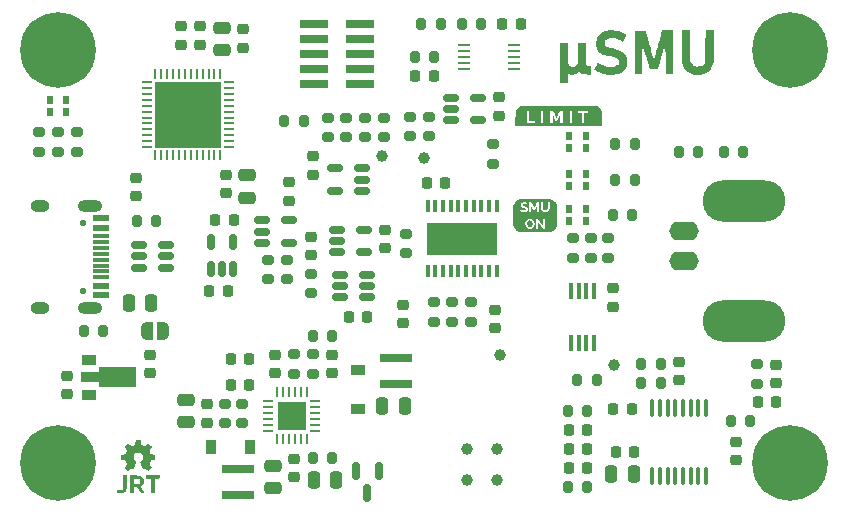
<source format=gbr>
%TF.GenerationSoftware,KiCad,Pcbnew,(6.0.0)*%
%TF.CreationDate,2022-03-21T15:30:00+00:00*%
%TF.ProjectId,uSMU_v10,75534d55-5f76-4313-902e-6b696361645f,rev?*%
%TF.SameCoordinates,Original*%
%TF.FileFunction,Soldermask,Top*%
%TF.FilePolarity,Negative*%
%FSLAX46Y46*%
G04 Gerber Fmt 4.6, Leading zero omitted, Abs format (unit mm)*
G04 Created by KiCad (PCBNEW (6.0.0)) date 2022-03-21 15:30:00*
%MOMM*%
%LPD*%
G01*
G04 APERTURE LIST*
G04 Aperture macros list*
%AMRoundRect*
0 Rectangle with rounded corners*
0 $1 Rounding radius*
0 $2 $3 $4 $5 $6 $7 $8 $9 X,Y pos of 4 corners*
0 Add a 4 corners polygon primitive as box body*
4,1,4,$2,$3,$4,$5,$6,$7,$8,$9,$2,$3,0*
0 Add four circle primitives for the rounded corners*
1,1,$1+$1,$2,$3*
1,1,$1+$1,$4,$5*
1,1,$1+$1,$6,$7*
1,1,$1+$1,$8,$9*
0 Add four rect primitives between the rounded corners*
20,1,$1+$1,$2,$3,$4,$5,0*
20,1,$1+$1,$4,$5,$6,$7,0*
20,1,$1+$1,$6,$7,$8,$9,0*
20,1,$1+$1,$8,$9,$2,$3,0*%
%AMFreePoly0*
4,1,22,0.500000,-0.750000,0.000000,-0.750000,0.000000,-0.745033,-0.079941,-0.743568,-0.215256,-0.701293,-0.333266,-0.622738,-0.424486,-0.514219,-0.481581,-0.384460,-0.499164,-0.250000,-0.500000,-0.250000,-0.500000,0.250000,-0.499164,0.250000,-0.499963,0.256109,-0.478152,0.396186,-0.417904,0.524511,-0.324060,0.630769,-0.204165,0.706417,-0.067858,0.745374,0.000000,0.744959,0.000000,0.750000,
0.500000,0.750000,0.500000,-0.750000,0.500000,-0.750000,$1*%
%AMFreePoly1*
4,1,20,0.000000,0.744959,0.073905,0.744508,0.209726,0.703889,0.328688,0.626782,0.421226,0.519385,0.479903,0.390333,0.500000,0.250000,0.500000,-0.250000,0.499851,-0.262216,0.476331,-0.402017,0.414519,-0.529596,0.319384,-0.634700,0.198574,-0.708877,0.061801,-0.746166,0.000000,-0.745033,0.000000,-0.750000,-0.500000,-0.750000,-0.500000,0.750000,0.000000,0.750000,0.000000,0.744959,
0.000000,0.744959,$1*%
%AMFreePoly2*
4,1,19,0.150000,0.259808,0.229813,0.192836,0.281908,0.102606,0.300000,0.000000,0.281908,-0.102606,0.229813,-0.192836,0.150000,-0.259808,0.052094,-0.295442,-0.052094,-0.295442,-0.150000,-0.259808,-0.229813,-0.192836,-0.281908,-0.102606,-0.300000,0.000000,-0.281908,0.102606,-0.229813,0.192836,-0.150000,0.259808,-0.052094,0.295442,0.052094,0.295442,0.150000,0.259808,0.150000,0.259808,
$1*%
%AMFreePoly3*
4,1,9,3.862500,-0.866500,0.737500,-0.866500,0.737500,-0.450000,-0.737500,-0.450000,-0.737500,0.450000,0.737500,0.450000,0.737500,0.866500,3.862500,0.866500,3.862500,-0.866500,3.862500,-0.866500,$1*%
G04 Aperture macros list end*
%ADD10RoundRect,0.225000X0.225000X0.250000X-0.225000X0.250000X-0.225000X-0.250000X0.225000X-0.250000X0*%
%ADD11RoundRect,0.200000X-0.200000X-0.275000X0.200000X-0.275000X0.200000X0.275000X-0.200000X0.275000X0*%
%ADD12RoundRect,0.225000X-0.225000X-0.250000X0.225000X-0.250000X0.225000X0.250000X-0.225000X0.250000X0*%
%ADD13RoundRect,0.200000X-0.275000X0.200000X-0.275000X-0.200000X0.275000X-0.200000X0.275000X0.200000X0*%
%ADD14RoundRect,0.250000X-0.475000X0.250000X-0.475000X-0.250000X0.475000X-0.250000X0.475000X0.250000X0*%
%ADD15RoundRect,0.150000X0.512500X0.150000X-0.512500X0.150000X-0.512500X-0.150000X0.512500X-0.150000X0*%
%ADD16RoundRect,0.150000X-0.512500X-0.150000X0.512500X-0.150000X0.512500X0.150000X-0.512500X0.150000X0*%
%ADD17RoundRect,0.225000X0.250000X-0.225000X0.250000X0.225000X-0.250000X0.225000X-0.250000X-0.225000X0*%
%ADD18RoundRect,0.250000X0.475000X-0.250000X0.475000X0.250000X-0.475000X0.250000X-0.475000X-0.250000X0*%
%ADD19RoundRect,0.062500X-0.062500X0.375000X-0.062500X-0.375000X0.062500X-0.375000X0.062500X0.375000X0*%
%ADD20RoundRect,0.062500X-0.375000X0.062500X-0.375000X-0.062500X0.375000X-0.062500X0.375000X0.062500X0*%
%ADD21R,5.600000X5.600000*%
%ADD22RoundRect,0.200000X0.200000X0.275000X-0.200000X0.275000X-0.200000X-0.275000X0.200000X-0.275000X0*%
%ADD23RoundRect,0.200000X0.275000X-0.200000X0.275000X0.200000X-0.275000X0.200000X-0.275000X-0.200000X0*%
%ADD24RoundRect,0.225000X-0.250000X0.225000X-0.250000X-0.225000X0.250000X-0.225000X0.250000X0.225000X0*%
%ADD25C,1.000000*%
%ADD26R,0.450000X1.050000*%
%ADD27C,0.600000*%
%ADD28R,6.000000X2.700000*%
%ADD29RoundRect,0.250000X-0.250000X-0.475000X0.250000X-0.475000X0.250000X0.475000X-0.250000X0.475000X0*%
%ADD30RoundRect,0.150000X-0.150000X0.587500X-0.150000X-0.587500X0.150000X-0.587500X0.150000X0.587500X0*%
%ADD31R,2.700000X0.800000*%
%ADD32R,1.100000X0.250000*%
%ADD33R,0.600000X0.700000*%
%ADD34R,0.900000X1.200000*%
%ADD35O,2.500000X1.600000*%
%ADD36O,7.000000X3.500000*%
%ADD37RoundRect,0.150000X0.150000X-0.512500X0.150000X0.512500X-0.150000X0.512500X-0.150000X-0.512500X0*%
%ADD38RoundRect,0.062500X0.062500X-0.325000X0.062500X0.325000X-0.062500X0.325000X-0.062500X-0.325000X0*%
%ADD39RoundRect,0.062500X0.325000X-0.062500X0.325000X0.062500X-0.325000X0.062500X-0.325000X-0.062500X0*%
%ADD40R,2.450000X2.450000*%
%ADD41R,2.400000X0.740000*%
%ADD42C,0.800000*%
%ADD43C,6.400000*%
%ADD44RoundRect,0.250000X0.250000X0.475000X-0.250000X0.475000X-0.250000X-0.475000X0.250000X-0.475000X0*%
%ADD45R,0.450000X1.450000*%
%ADD46RoundRect,0.100000X0.100000X-0.637500X0.100000X0.637500X-0.100000X0.637500X-0.100000X-0.637500X0*%
%ADD47FreePoly0,0.000000*%
%ADD48FreePoly1,0.000000*%
%ADD49O,1.600000X1.000000*%
%ADD50FreePoly2,270.000000*%
%ADD51O,2.100000X1.000000*%
%ADD52R,1.450000X0.600000*%
%ADD53R,1.450000X0.300000*%
%ADD54R,1.200000X0.900000*%
%ADD55R,1.300000X0.900000*%
%ADD56FreePoly3,0.000000*%
G04 APERTURE END LIST*
%TO.C,G\u002A\u002A\u002A*%
G36*
X117467323Y-124051498D02*
G01*
X117538301Y-124051618D01*
X117605078Y-124051966D01*
X117666511Y-124052522D01*
X117721456Y-124053269D01*
X117768769Y-124054187D01*
X117807306Y-124055258D01*
X117835923Y-124056462D01*
X117853476Y-124057781D01*
X117854097Y-124057856D01*
X117925433Y-124072861D01*
X117993252Y-124099139D01*
X118056554Y-124135951D01*
X118114340Y-124182561D01*
X118165610Y-124238231D01*
X118209364Y-124302224D01*
X118225476Y-124331834D01*
X118234894Y-124352954D01*
X118245600Y-124380766D01*
X118255647Y-124410123D01*
X118258017Y-124417727D01*
X118264870Y-124441694D01*
X118269527Y-124462726D01*
X118272397Y-124484303D01*
X118273891Y-124509910D01*
X118274416Y-124543029D01*
X118274446Y-124557657D01*
X118274173Y-124594387D01*
X118273079Y-124622335D01*
X118270757Y-124644981D01*
X118266798Y-124665807D01*
X118260794Y-124688293D01*
X118258037Y-124697520D01*
X118230901Y-124770297D01*
X118196358Y-124833682D01*
X118153779Y-124888509D01*
X118102540Y-124935612D01*
X118054415Y-124968581D01*
X118035655Y-124979648D01*
X118020804Y-124987990D01*
X118013392Y-124991664D01*
X118015289Y-124997164D01*
X118023153Y-125012297D01*
X118036502Y-125036252D01*
X118054857Y-125068219D01*
X118077737Y-125107391D01*
X118104663Y-125152957D01*
X118135154Y-125204108D01*
X118168730Y-125260035D01*
X118204911Y-125319929D01*
X118243216Y-125382980D01*
X118283166Y-125448380D01*
X118319275Y-125507190D01*
X118352379Y-125560974D01*
X118188953Y-125559340D01*
X118025526Y-125557706D01*
X117872011Y-125307694D01*
X117718496Y-125057681D01*
X117425749Y-125057681D01*
X117425749Y-125560773D01*
X117131256Y-125560773D01*
X117131256Y-124800751D01*
X117425749Y-124800751D01*
X117629746Y-124798842D01*
X117833744Y-124796933D01*
X117866655Y-124778704D01*
X117904765Y-124750684D01*
X117936150Y-124712962D01*
X117960239Y-124666456D01*
X117976459Y-124612079D01*
X117978934Y-124599039D01*
X117982368Y-124546588D01*
X117975415Y-124494776D01*
X117958996Y-124445559D01*
X117934038Y-124400892D01*
X117901463Y-124362730D01*
X117862196Y-124333031D01*
X117850129Y-124326498D01*
X117841855Y-124322566D01*
X117833596Y-124319416D01*
X117823918Y-124316945D01*
X117811385Y-124315051D01*
X117794562Y-124313631D01*
X117772015Y-124312583D01*
X117742308Y-124311804D01*
X117704007Y-124311193D01*
X117655675Y-124310645D01*
X117623611Y-124310328D01*
X117425749Y-124308410D01*
X117425749Y-124800751D01*
X117131256Y-124800751D01*
X117131256Y-124051498D01*
X117467323Y-124051498D01*
G37*
G36*
X116836668Y-124464094D02*
G01*
X116836549Y-124563167D01*
X116836217Y-124650974D01*
X116835638Y-124728520D01*
X116834780Y-124796808D01*
X116833610Y-124856843D01*
X116832094Y-124909627D01*
X116830198Y-124956165D01*
X116827891Y-124997461D01*
X116825137Y-125034518D01*
X116821905Y-125068341D01*
X116818161Y-125099933D01*
X116814814Y-125124010D01*
X116798182Y-125209954D01*
X116775099Y-125285677D01*
X116745401Y-125351496D01*
X116708923Y-125407728D01*
X116665500Y-125454690D01*
X116627452Y-125484580D01*
X116588050Y-125508968D01*
X116548696Y-125527749D01*
X116505299Y-125542584D01*
X116453770Y-125555132D01*
X116453309Y-125555229D01*
X116419291Y-125560804D01*
X116377655Y-125565259D01*
X116331926Y-125568441D01*
X116285628Y-125570192D01*
X116242285Y-125570357D01*
X116205422Y-125568781D01*
X116187957Y-125566945D01*
X116132616Y-125556295D01*
X116077044Y-125540540D01*
X116026556Y-125521265D01*
X116011570Y-125514232D01*
X115989226Y-125503388D01*
X115972706Y-125494850D01*
X115961593Y-125486715D01*
X115955471Y-125477084D01*
X115953922Y-125464053D01*
X115956531Y-125445722D01*
X115962879Y-125420189D01*
X115972551Y-125385552D01*
X115978603Y-125363860D01*
X115988464Y-125328423D01*
X115997308Y-125297102D01*
X116004588Y-125271801D01*
X116009755Y-125254423D01*
X116012262Y-125246873D01*
X116012311Y-125246782D01*
X116018604Y-125247262D01*
X116033196Y-125252158D01*
X116053356Y-125260504D01*
X116061266Y-125264081D01*
X116112513Y-125285211D01*
X116160742Y-125299075D01*
X116210346Y-125306545D01*
X116265721Y-125308491D01*
X116283700Y-125308140D01*
X116317400Y-125306893D01*
X116342042Y-125305101D01*
X116360836Y-125302215D01*
X116376995Y-125297683D01*
X116393729Y-125290956D01*
X116399698Y-125288264D01*
X116435237Y-125267625D01*
X116464757Y-125240513D01*
X116488717Y-125205981D01*
X116507575Y-125163079D01*
X116521788Y-125110862D01*
X116531814Y-125048380D01*
X116535963Y-125006175D01*
X116537049Y-124986266D01*
X116538073Y-124955266D01*
X116539018Y-124914355D01*
X116539871Y-124864712D01*
X116540618Y-124807517D01*
X116541243Y-124743948D01*
X116541733Y-124675186D01*
X116542073Y-124602410D01*
X116542249Y-124526799D01*
X116542271Y-124489278D01*
X116542271Y-124051498D01*
X116836763Y-124051498D01*
X116836668Y-124464094D01*
G37*
G36*
X119669847Y-124178805D02*
G01*
X119668189Y-124306111D01*
X119427379Y-124307716D01*
X119186570Y-124309321D01*
X119186570Y-125560773D01*
X118898213Y-125560773D01*
X118898213Y-124309179D01*
X118413527Y-124309179D01*
X118413527Y-124199511D01*
X118413738Y-124162645D01*
X118414323Y-124128806D01*
X118415211Y-124100416D01*
X118416329Y-124079897D01*
X118417361Y-124070671D01*
X118421196Y-124051498D01*
X119671505Y-124051498D01*
X119669847Y-124178805D01*
G37*
G36*
X156624289Y-92771005D02*
G01*
X156719597Y-92808976D01*
X156805895Y-92860321D01*
X156882210Y-92924083D01*
X156947570Y-92999306D01*
X157001002Y-93085035D01*
X157041532Y-93180312D01*
X157041923Y-93181470D01*
X157063205Y-93244713D01*
X157065895Y-93846443D01*
X157068584Y-94448173D01*
X149731417Y-94448173D01*
X149732409Y-94226375D01*
X150668597Y-94226375D01*
X151416139Y-94226375D01*
X151892595Y-94226375D01*
X152097963Y-94226375D01*
X152664781Y-94226375D01*
X152870150Y-94226375D01*
X152870239Y-93879302D01*
X152870329Y-93532229D01*
X152965303Y-93712953D01*
X152994327Y-93768094D01*
X153023417Y-93823200D01*
X153050870Y-93875054D01*
X153074980Y-93920441D01*
X153094044Y-93956144D01*
X153101317Y-93969664D01*
X153142358Y-94045651D01*
X153201354Y-94045411D01*
X153260350Y-94045170D01*
X153523222Y-93543860D01*
X153527736Y-93883064D01*
X153528745Y-93956009D01*
X153529754Y-94023672D01*
X153530732Y-94084329D01*
X153531647Y-94136255D01*
X153532469Y-94177724D01*
X153533167Y-94207011D01*
X153533709Y-94222391D01*
X153533898Y-94224322D01*
X153542245Y-94225101D01*
X153563845Y-94225744D01*
X153595518Y-94226189D01*
X153634089Y-94226374D01*
X153638229Y-94226375D01*
X153740913Y-94226375D01*
X154307730Y-94226375D01*
X154513099Y-94226375D01*
X154513099Y-93339182D01*
X154989555Y-93339182D01*
X155330758Y-93339182D01*
X155327609Y-93782779D01*
X155324460Y-94226375D01*
X155539943Y-94226375D01*
X155539943Y-93339182D01*
X155876747Y-93339182D01*
X155876747Y-93158458D01*
X154989555Y-93158458D01*
X154989555Y-93339182D01*
X154513099Y-93339182D01*
X154513099Y-93158458D01*
X154307730Y-93158458D01*
X154307730Y-94226375D01*
X153740913Y-94226375D01*
X153740913Y-93157994D01*
X153628618Y-93160280D01*
X153516323Y-93162565D01*
X153359697Y-93460350D01*
X153325808Y-93524589D01*
X153294236Y-93584059D01*
X153265806Y-93637238D01*
X153241339Y-93682604D01*
X153221660Y-93718635D01*
X153207591Y-93743807D01*
X153199954Y-93756599D01*
X153198852Y-93757914D01*
X153194285Y-93750820D01*
X153182996Y-93730653D01*
X153165799Y-93698940D01*
X153143508Y-93657209D01*
X153116936Y-93606986D01*
X153086898Y-93549798D01*
X153054206Y-93487172D01*
X153039081Y-93458076D01*
X152883530Y-93158458D01*
X152664781Y-93158458D01*
X152664781Y-94226375D01*
X152097963Y-94226375D01*
X152097963Y-93158458D01*
X151892595Y-93158458D01*
X151892595Y-94226375D01*
X151416139Y-94226375D01*
X151416139Y-94045651D01*
X150873966Y-94045651D01*
X150873966Y-93158458D01*
X150668597Y-93158458D01*
X150668597Y-94226375D01*
X149732409Y-94226375D01*
X149736797Y-93244713D01*
X149758079Y-93181470D01*
X149767820Y-93158458D01*
X149798454Y-93086088D01*
X149851741Y-93000244D01*
X149916968Y-92924893D01*
X149993162Y-92860992D01*
X150079349Y-92809498D01*
X150174556Y-92771365D01*
X150175712Y-92771005D01*
X150237323Y-92751828D01*
X156562679Y-92751828D01*
X156624289Y-92771005D01*
G37*
G36*
X151011291Y-102463108D02*
G01*
X151038397Y-102470870D01*
X151082279Y-102493781D01*
X151119795Y-102526299D01*
X151150434Y-102566741D01*
X151173687Y-102613425D01*
X151189044Y-102664667D01*
X151195995Y-102718783D01*
X151194030Y-102774092D01*
X151182639Y-102828910D01*
X151162265Y-102879699D01*
X151145314Y-102906109D01*
X151121708Y-102934364D01*
X151095674Y-102959831D01*
X151074267Y-102976159D01*
X151033869Y-102995030D01*
X150987441Y-103005844D01*
X150939395Y-103007801D01*
X150914844Y-103004986D01*
X150867155Y-102990353D01*
X150823815Y-102964701D01*
X150786151Y-102929365D01*
X150755494Y-102885680D01*
X150733170Y-102834982D01*
X150727882Y-102817031D01*
X150721636Y-102781804D01*
X150718755Y-102740507D01*
X150719343Y-102698811D01*
X150723506Y-102662390D01*
X150724878Y-102655796D01*
X150740928Y-102608219D01*
X150765529Y-102563670D01*
X150796757Y-102524545D01*
X150832686Y-102493244D01*
X150871394Y-102472164D01*
X150872637Y-102471692D01*
X150916612Y-102460686D01*
X150964554Y-102457816D01*
X151011291Y-102463108D01*
G37*
G36*
X149542026Y-102686943D02*
G01*
X149541245Y-102640736D01*
X149540673Y-102587262D01*
X149540277Y-102525780D01*
X149540027Y-102455550D01*
X149539889Y-102375833D01*
X149539832Y-102285887D01*
X149539824Y-102184971D01*
X149539833Y-102072347D01*
X149539835Y-102028292D01*
X149539827Y-101911221D01*
X149539825Y-101806129D01*
X149539860Y-101712275D01*
X149539944Y-101645453D01*
X150134452Y-101645453D01*
X150139888Y-101652060D01*
X150154548Y-101662287D01*
X150175960Y-101674759D01*
X150201652Y-101688099D01*
X150229150Y-101700931D01*
X150248923Y-101709178D01*
X150292434Y-101724012D01*
X150342630Y-101737512D01*
X150393480Y-101748126D01*
X150411091Y-101750986D01*
X150432738Y-101752485D01*
X150462992Y-101752407D01*
X150497871Y-101750994D01*
X150533394Y-101748487D01*
X150533528Y-101748473D01*
X150903956Y-101748473D01*
X151069164Y-101748473D01*
X151072484Y-101219931D01*
X151174236Y-101412657D01*
X151275989Y-101605383D01*
X151321477Y-101607239D01*
X151366964Y-101609095D01*
X151385730Y-101575441D01*
X151393615Y-101560986D01*
X151406442Y-101537093D01*
X151423242Y-101505586D01*
X151443044Y-101468288D01*
X151464878Y-101427024D01*
X151487775Y-101383616D01*
X151489692Y-101379976D01*
X151574887Y-101218165D01*
X151576547Y-101483319D01*
X151578206Y-101748473D01*
X151743415Y-101748473D01*
X151743415Y-100921733D01*
X151901398Y-100921733D01*
X151903931Y-101177704D01*
X151904606Y-101242175D01*
X151905281Y-101295335D01*
X151906033Y-101338593D01*
X151906937Y-101373354D01*
X151908068Y-101401029D01*
X151909502Y-101423024D01*
X151911315Y-101440747D01*
X151913581Y-101455606D01*
X151916376Y-101469009D01*
X151919776Y-101482364D01*
X151920370Y-101484552D01*
X151944461Y-101553258D01*
X151976427Y-101612251D01*
X152016079Y-101661341D01*
X152063224Y-101700336D01*
X152117672Y-101729046D01*
X152179229Y-101747281D01*
X152185583Y-101748487D01*
X152212143Y-101751317D01*
X152246368Y-101752186D01*
X152284251Y-101751281D01*
X152321787Y-101748790D01*
X152354969Y-101744899D01*
X152379790Y-101739796D01*
X152381255Y-101739353D01*
X152440908Y-101714631D01*
X152492440Y-101680229D01*
X152535926Y-101636063D01*
X152571444Y-101582045D01*
X152599072Y-101518089D01*
X152609359Y-101484552D01*
X152612847Y-101471045D01*
X152615722Y-101457665D01*
X152618061Y-101443004D01*
X152619939Y-101425654D01*
X152621431Y-101404206D01*
X152622614Y-101377252D01*
X152623562Y-101343383D01*
X152624353Y-101301192D01*
X152625060Y-101249270D01*
X152625761Y-101186209D01*
X152625850Y-101177704D01*
X152628500Y-100921733D01*
X152468402Y-100921733D01*
X152468402Y-101137497D01*
X152468197Y-101191689D01*
X152467615Y-101243837D01*
X152466706Y-101292019D01*
X152465518Y-101334316D01*
X152464103Y-101368808D01*
X152462509Y-101393576D01*
X152461557Y-101402478D01*
X152448827Y-101463442D01*
X152429087Y-101513973D01*
X152402414Y-101553988D01*
X152368880Y-101583405D01*
X152328560Y-101602142D01*
X152281529Y-101610117D01*
X152273206Y-101610392D01*
X152221515Y-101606621D01*
X152177746Y-101593321D01*
X152141407Y-101570094D01*
X152112006Y-101536541D01*
X152089049Y-101492262D01*
X152075321Y-101450101D01*
X152072716Y-101437209D01*
X152070507Y-101419194D01*
X152068645Y-101394910D01*
X152067079Y-101363210D01*
X152065761Y-101322946D01*
X152064640Y-101272973D01*
X152063667Y-101212143D01*
X152063113Y-101168165D01*
X152060251Y-100921733D01*
X151901398Y-100921733D01*
X151743415Y-100921733D01*
X151655971Y-100921916D01*
X151568528Y-100922100D01*
X151447696Y-101153900D01*
X151421591Y-101203832D01*
X151397262Y-101250080D01*
X151375342Y-101291463D01*
X151356464Y-101326801D01*
X151341260Y-101354911D01*
X151330361Y-101374615D01*
X151324401Y-101384730D01*
X151323503Y-101385839D01*
X151319944Y-101380417D01*
X151311177Y-101364874D01*
X151297833Y-101340390D01*
X151280542Y-101308145D01*
X151259936Y-101269317D01*
X151236646Y-101225087D01*
X151211301Y-101176634D01*
X151199492Y-101153956D01*
X151078843Y-100921933D01*
X150991399Y-100921833D01*
X150903956Y-100921733D01*
X150903956Y-101748473D01*
X150533528Y-101748473D01*
X150565579Y-101745128D01*
X150590445Y-101741156D01*
X150596355Y-101739756D01*
X150630673Y-101727783D01*
X150665768Y-101710971D01*
X150697598Y-101691577D01*
X150722123Y-101671862D01*
X150727060Y-101666673D01*
X150741146Y-101647733D01*
X150755767Y-101623658D01*
X150763369Y-101608853D01*
X150771263Y-101590325D01*
X150776165Y-101573128D01*
X150778740Y-101553237D01*
X150779651Y-101526632D01*
X150779692Y-101509990D01*
X150777590Y-101466194D01*
X150770904Y-101431468D01*
X150758632Y-101402678D01*
X150739773Y-101376692D01*
X150735607Y-101372076D01*
X150717488Y-101354101D01*
X150698005Y-101338505D01*
X150675408Y-101324467D01*
X150647943Y-101311169D01*
X150613860Y-101297792D01*
X150571405Y-101283516D01*
X150518827Y-101267524D01*
X150500496Y-101262175D01*
X150449800Y-101247024D01*
X150410191Y-101233830D01*
X150380353Y-101221735D01*
X150358968Y-101209882D01*
X150344722Y-101197412D01*
X150336296Y-101183469D01*
X150332375Y-101167193D01*
X150331597Y-101152125D01*
X150336397Y-101118904D01*
X150351224Y-101093173D01*
X150376720Y-101073834D01*
X150377835Y-101073248D01*
X150410240Y-101062521D01*
X150450302Y-101058797D01*
X150495344Y-101061665D01*
X150542688Y-101070713D01*
X150589658Y-101085528D01*
X150633576Y-101105698D01*
X150649503Y-101115055D01*
X150684410Y-101137087D01*
X150717744Y-101075516D01*
X150731063Y-101050145D01*
X150741513Y-101028759D01*
X150747913Y-101013873D01*
X150749305Y-101008255D01*
X150742292Y-101001488D01*
X150725919Y-100991483D01*
X150702746Y-100979438D01*
X150675336Y-100966550D01*
X150646249Y-100954014D01*
X150618046Y-100943028D01*
X150593289Y-100934788D01*
X150590162Y-100933899D01*
X150545745Y-100924739D01*
X150516094Y-100921733D01*
X150496425Y-100919739D01*
X150446396Y-100918963D01*
X150399849Y-100922472D01*
X150360979Y-100930330D01*
X150360487Y-100930478D01*
X150301669Y-100953344D01*
X150253375Y-100983241D01*
X150215453Y-101020288D01*
X150187748Y-101064608D01*
X150186750Y-101066752D01*
X150174099Y-101105124D01*
X150167351Y-101149405D01*
X150166808Y-101194569D01*
X150172774Y-101235592D01*
X150175893Y-101246383D01*
X150187727Y-101273680D01*
X150204718Y-101297976D01*
X150228034Y-101320006D01*
X150258845Y-101340502D01*
X150298322Y-101360200D01*
X150347633Y-101379834D01*
X150407949Y-101400137D01*
X150433350Y-101407985D01*
X150486423Y-101424778D01*
X150528243Y-101439883D01*
X150560024Y-101454118D01*
X150582983Y-101468302D01*
X150598334Y-101483254D01*
X150607294Y-101499793D01*
X150611078Y-101518736D01*
X150611417Y-101527895D01*
X150605883Y-101554636D01*
X150590212Y-101576004D01*
X150565803Y-101591990D01*
X150534053Y-101602583D01*
X150496359Y-101607771D01*
X150454120Y-101607543D01*
X150408732Y-101601890D01*
X150361595Y-101590799D01*
X150314104Y-101574260D01*
X150267658Y-101552263D01*
X150232361Y-101530840D01*
X150199899Y-101508917D01*
X150167175Y-101574715D01*
X150154240Y-101601129D01*
X150143718Y-101623384D01*
X150136749Y-101639021D01*
X150134452Y-101645453D01*
X149539944Y-101645453D01*
X149539965Y-101628919D01*
X149540171Y-101555321D01*
X149540510Y-101490741D01*
X149541014Y-101434437D01*
X149541716Y-101385670D01*
X149542646Y-101343699D01*
X149543836Y-101307785D01*
X149545319Y-101277186D01*
X149547127Y-101251163D01*
X149549290Y-101228974D01*
X149551842Y-101209881D01*
X149554814Y-101193141D01*
X149558238Y-101178016D01*
X149562145Y-101163765D01*
X149566568Y-101149647D01*
X149571539Y-101134922D01*
X149577088Y-101118849D01*
X149579259Y-101112519D01*
X149614298Y-101029034D01*
X149660420Y-100949809D01*
X149716342Y-100876128D01*
X149780781Y-100809273D01*
X149852456Y-100750527D01*
X149930082Y-100701173D01*
X150012378Y-100662492D01*
X150039058Y-100652725D01*
X150069773Y-100643147D01*
X150105558Y-100633315D01*
X150138974Y-100625266D01*
X150140811Y-100624869D01*
X150147808Y-100623471D01*
X150155544Y-100622189D01*
X150164575Y-100621020D01*
X150175458Y-100619958D01*
X150188748Y-100618997D01*
X150205001Y-100618133D01*
X150224774Y-100617360D01*
X150248622Y-100616674D01*
X150277102Y-100616070D01*
X150310768Y-100615542D01*
X150350178Y-100615084D01*
X150395887Y-100614693D01*
X150448451Y-100614363D01*
X150508426Y-100614089D01*
X150576369Y-100613866D01*
X150652834Y-100613688D01*
X150738378Y-100613551D01*
X150833558Y-100613449D01*
X150938928Y-100613378D01*
X151055045Y-100613332D01*
X151182465Y-100613307D01*
X151321744Y-100613296D01*
X151403180Y-100613295D01*
X151549183Y-100613299D01*
X151683024Y-100613316D01*
X151805257Y-100613350D01*
X151916440Y-100613407D01*
X152017127Y-100613491D01*
X152107875Y-100613608D01*
X152189239Y-100613763D01*
X152261776Y-100613961D01*
X152326042Y-100614207D01*
X152382593Y-100614506D01*
X152431984Y-100614863D01*
X152474772Y-100615283D01*
X152511513Y-100615772D01*
X152542762Y-100616334D01*
X152569075Y-100616975D01*
X152591009Y-100617699D01*
X152609120Y-100618512D01*
X152623963Y-100619420D01*
X152636094Y-100620426D01*
X152646070Y-100621536D01*
X152654446Y-100622755D01*
X152661778Y-100624089D01*
X152665548Y-100624869D01*
X152698570Y-100632739D01*
X152734425Y-100642519D01*
X152765673Y-100652173D01*
X152767301Y-100652725D01*
X152850802Y-100687778D01*
X152930037Y-100733909D01*
X153003724Y-100789836D01*
X153070580Y-100854275D01*
X153129323Y-100925945D01*
X153178670Y-101003562D01*
X153217338Y-101085843D01*
X153227100Y-101112519D01*
X153232869Y-101129265D01*
X153238047Y-101144395D01*
X153242665Y-101158648D01*
X153246757Y-101172766D01*
X153250353Y-101187487D01*
X153253485Y-101203553D01*
X153256187Y-101221704D01*
X153258488Y-101242680D01*
X153260421Y-101267221D01*
X153262019Y-101296068D01*
X153263312Y-101329962D01*
X153264333Y-101369642D01*
X153265114Y-101415849D01*
X153265686Y-101469323D01*
X153266082Y-101530805D01*
X153266333Y-101601034D01*
X153266471Y-101680752D01*
X153266528Y-101770698D01*
X153266536Y-101871613D01*
X153266526Y-101984237D01*
X153266525Y-102028292D01*
X153266532Y-102145365D01*
X153266535Y-102250460D01*
X153266499Y-102344315D01*
X153266394Y-102427673D01*
X153266188Y-102501273D01*
X153265849Y-102565855D01*
X153265344Y-102622160D01*
X153264643Y-102670928D01*
X153263713Y-102712900D01*
X153262522Y-102748815D01*
X153261039Y-102779414D01*
X153259231Y-102805438D01*
X153257067Y-102827626D01*
X153254515Y-102846719D01*
X153251543Y-102863457D01*
X153248119Y-102878581D01*
X153244211Y-102892830D01*
X153239787Y-102906946D01*
X153234816Y-102921668D01*
X153229265Y-102937737D01*
X153227094Y-102944066D01*
X153192088Y-103027464D01*
X153146021Y-103106620D01*
X153090179Y-103180249D01*
X153025850Y-103247065D01*
X152954318Y-103305779D01*
X152876873Y-103355107D01*
X152794799Y-103393761D01*
X152767301Y-103403826D01*
X152753967Y-103408482D01*
X152742108Y-103412755D01*
X152731157Y-103416661D01*
X152720547Y-103420216D01*
X152709713Y-103423438D01*
X152698086Y-103426343D01*
X152685102Y-103428949D01*
X152670193Y-103431273D01*
X152652792Y-103433330D01*
X152632333Y-103435138D01*
X152608249Y-103436714D01*
X152579974Y-103438076D01*
X152546940Y-103439238D01*
X152508582Y-103440220D01*
X152464333Y-103441036D01*
X152413626Y-103441706D01*
X152355895Y-103442244D01*
X152290572Y-103442669D01*
X152217091Y-103442996D01*
X152134886Y-103443243D01*
X152043391Y-103443427D01*
X151942037Y-103443565D01*
X151830259Y-103443674D01*
X151707491Y-103443769D01*
X151573164Y-103443869D01*
X151426714Y-103443990D01*
X151419078Y-103443997D01*
X151296064Y-103444095D01*
X151176376Y-103444161D01*
X151060641Y-103444198D01*
X150949486Y-103444205D01*
X150843539Y-103444184D01*
X150743426Y-103444136D01*
X150649775Y-103444061D01*
X150563214Y-103443961D01*
X150484368Y-103443836D01*
X150413867Y-103443686D01*
X150352336Y-103443514D01*
X150300403Y-103443319D01*
X150258696Y-103443103D01*
X150227841Y-103442866D01*
X150208466Y-103442609D01*
X150201227Y-103442341D01*
X150189131Y-103439877D01*
X150168531Y-103435827D01*
X150143419Y-103430974D01*
X150137631Y-103429866D01*
X150104761Y-103422563D01*
X150068668Y-103412999D01*
X150039058Y-103403860D01*
X149955558Y-103368807D01*
X149876322Y-103322675D01*
X149802635Y-103266749D01*
X149735779Y-103202309D01*
X149677036Y-103130640D01*
X149627689Y-103053023D01*
X149589021Y-102970741D01*
X149579259Y-102944066D01*
X149573490Y-102927319D01*
X149568313Y-102912190D01*
X149563694Y-102897936D01*
X149559602Y-102883819D01*
X149556006Y-102869098D01*
X149552874Y-102853032D01*
X149550173Y-102834881D01*
X149547871Y-102813905D01*
X149545938Y-102789364D01*
X149544341Y-102760516D01*
X149543336Y-102734201D01*
X150554181Y-102734201D01*
X150555544Y-102757004D01*
X150559122Y-102785984D01*
X150564146Y-102814953D01*
X150564269Y-102815553D01*
X150584443Y-102885345D01*
X150614304Y-102948710D01*
X150652786Y-103004909D01*
X150698822Y-103053204D01*
X150751346Y-103092856D01*
X150809291Y-103123129D01*
X150871591Y-103143282D01*
X150937179Y-103152578D01*
X151004989Y-103150280D01*
X151021243Y-103147571D01*
X151482674Y-103147571D01*
X151647881Y-103147571D01*
X151649541Y-102886353D01*
X151651202Y-102625135D01*
X151859299Y-102886353D01*
X152067397Y-103147571D01*
X152201302Y-103147571D01*
X152201302Y-102320831D01*
X152042450Y-102320831D01*
X152040792Y-102591426D01*
X152039134Y-102862020D01*
X151826408Y-102591426D01*
X151613683Y-102320831D01*
X151482674Y-102320831D01*
X151482674Y-103147571D01*
X151021243Y-103147571D01*
X151039507Y-103144527D01*
X151103017Y-103124725D01*
X151162523Y-103093704D01*
X151216716Y-103052673D01*
X151264285Y-103002845D01*
X151303921Y-102945429D01*
X151334315Y-102881637D01*
X151339544Y-102867123D01*
X151347674Y-102841683D01*
X151352984Y-102819821D01*
X151356060Y-102797383D01*
X151357487Y-102770218D01*
X151357848Y-102737381D01*
X151357594Y-102702959D01*
X151356298Y-102677143D01*
X151353354Y-102655825D01*
X151348156Y-102634899D01*
X151340100Y-102610258D01*
X151338383Y-102605349D01*
X151307777Y-102534829D01*
X151268777Y-102472956D01*
X151221903Y-102420428D01*
X151169109Y-102378870D01*
X151108444Y-102346421D01*
X151045410Y-102325791D01*
X151010780Y-102320831D01*
X150981247Y-102316601D01*
X150917192Y-102318474D01*
X150854487Y-102331030D01*
X150794369Y-102353893D01*
X150738078Y-102386683D01*
X150686854Y-102429024D01*
X150641934Y-102480536D01*
X150604560Y-102540841D01*
X150598561Y-102552954D01*
X150579314Y-102600843D01*
X150564745Y-102652366D01*
X150556078Y-102702518D01*
X150554181Y-102734201D01*
X149543336Y-102734201D01*
X149543047Y-102726623D01*
X149542026Y-102686943D01*
G37*
G36*
X117843059Y-121061180D02*
G01*
X117884991Y-121061433D01*
X117918613Y-121061884D01*
X117944655Y-121062554D01*
X117963848Y-121063467D01*
X117976923Y-121064645D01*
X117984611Y-121066112D01*
X117987035Y-121067209D01*
X117989734Y-121071540D01*
X117993101Y-121081325D01*
X117997279Y-121097210D01*
X118002410Y-121119837D01*
X118008635Y-121149851D01*
X118016098Y-121187897D01*
X118024941Y-121234619D01*
X118029926Y-121261447D01*
X118039967Y-121315050D01*
X118048567Y-121359433D01*
X118055822Y-121395029D01*
X118061826Y-121422271D01*
X118066673Y-121441590D01*
X118070459Y-121453419D01*
X118072845Y-121457841D01*
X118079176Y-121461593D01*
X118093162Y-121468334D01*
X118113366Y-121477466D01*
X118138351Y-121488392D01*
X118166681Y-121500515D01*
X118196919Y-121513237D01*
X118227628Y-121525961D01*
X118257371Y-121538090D01*
X118284712Y-121549027D01*
X118308215Y-121558174D01*
X118326442Y-121564933D01*
X118337956Y-121568708D01*
X118340925Y-121569296D01*
X118346374Y-121566614D01*
X118358957Y-121558961D01*
X118377773Y-121546931D01*
X118401919Y-121531116D01*
X118430496Y-121512107D01*
X118462599Y-121490497D01*
X118497329Y-121466877D01*
X118508328Y-121459350D01*
X118543568Y-121435265D01*
X118576340Y-121413003D01*
X118605761Y-121393153D01*
X118630947Y-121376306D01*
X118651015Y-121363051D01*
X118665082Y-121353978D01*
X118672264Y-121349676D01*
X118672960Y-121349404D01*
X118677894Y-121352765D01*
X118688611Y-121362247D01*
X118704227Y-121376950D01*
X118723857Y-121395972D01*
X118746616Y-121418412D01*
X118771618Y-121443368D01*
X118797980Y-121469939D01*
X118824815Y-121497224D01*
X118851240Y-121524322D01*
X118876369Y-121550331D01*
X118899318Y-121574351D01*
X118919201Y-121595479D01*
X118935134Y-121612815D01*
X118946231Y-121625458D01*
X118951608Y-121632506D01*
X118951958Y-121633560D01*
X118948672Y-121638951D01*
X118940462Y-121651467D01*
X118927950Y-121670185D01*
X118911758Y-121694184D01*
X118892509Y-121722542D01*
X118870826Y-121754337D01*
X118847330Y-121788647D01*
X118843747Y-121793865D01*
X118820096Y-121828546D01*
X118798293Y-121860967D01*
X118778946Y-121890190D01*
X118762662Y-121915278D01*
X118750049Y-121935294D01*
X118741714Y-121949298D01*
X118738266Y-121956355D01*
X118738207Y-121956745D01*
X118740118Y-121964025D01*
X118745446Y-121978797D01*
X118753585Y-121999644D01*
X118763929Y-122025152D01*
X118775870Y-122053906D01*
X118788804Y-122084491D01*
X118802124Y-122115491D01*
X118815223Y-122145491D01*
X118827494Y-122173077D01*
X118838333Y-122196832D01*
X118847132Y-122215343D01*
X118853285Y-122227194D01*
X118855554Y-122230629D01*
X118860024Y-122233473D01*
X118868948Y-122236775D01*
X118883090Y-122240706D01*
X118903215Y-122245439D01*
X118930087Y-122251144D01*
X118964471Y-122257994D01*
X119007132Y-122266161D01*
X119046627Y-122273551D01*
X119097223Y-122283055D01*
X119138822Y-122291110D01*
X119172069Y-122297860D01*
X119197609Y-122303448D01*
X119216088Y-122308020D01*
X119228151Y-122311717D01*
X119234443Y-122314685D01*
X119235408Y-122315586D01*
X119237071Y-122320219D01*
X119238431Y-122329773D01*
X119239510Y-122344979D01*
X119240333Y-122366568D01*
X119240921Y-122395271D01*
X119241297Y-122431818D01*
X119241485Y-122476940D01*
X119241516Y-122510531D01*
X119241476Y-122558868D01*
X119241332Y-122598355D01*
X119241047Y-122629916D01*
X119240584Y-122654473D01*
X119239908Y-122672949D01*
X119238981Y-122686268D01*
X119237768Y-122695353D01*
X119236232Y-122701126D01*
X119234337Y-122704511D01*
X119233838Y-122705057D01*
X119226591Y-122711174D01*
X119223313Y-122712736D01*
X119218019Y-122713597D01*
X119204208Y-122716046D01*
X119182974Y-122719885D01*
X119155409Y-122724915D01*
X119122605Y-122730935D01*
X119085655Y-122737747D01*
X119046527Y-122744989D01*
X118994975Y-122754689D01*
X118952648Y-122762971D01*
X118919113Y-122769932D01*
X118893939Y-122775665D01*
X118876696Y-122780268D01*
X118866953Y-122783835D01*
X118864716Y-122785303D01*
X118860954Y-122791807D01*
X118854274Y-122806055D01*
X118845236Y-122826655D01*
X118834397Y-122852216D01*
X118822317Y-122881347D01*
X118809553Y-122912658D01*
X118796664Y-122944758D01*
X118784208Y-122976255D01*
X118772744Y-123005758D01*
X118762830Y-123031877D01*
X118755025Y-123053220D01*
X118749886Y-123068398D01*
X118747973Y-123076017D01*
X118747971Y-123076118D01*
X118750660Y-123082121D01*
X118758306Y-123095186D01*
X118770291Y-123114352D01*
X118785991Y-123138657D01*
X118804787Y-123167140D01*
X118826058Y-123198838D01*
X118848905Y-123232389D01*
X118872056Y-123266270D01*
X118893438Y-123297804D01*
X118912419Y-123326039D01*
X118928369Y-123350027D01*
X118940653Y-123368815D01*
X118948641Y-123381454D01*
X118951696Y-123386975D01*
X118948749Y-123392345D01*
X118939133Y-123404051D01*
X118923241Y-123421673D01*
X118901466Y-123444793D01*
X118874202Y-123472990D01*
X118841841Y-123505845D01*
X118817086Y-123530671D01*
X118781994Y-123565621D01*
X118753088Y-123594178D01*
X118729716Y-123616932D01*
X118711225Y-123634473D01*
X118696964Y-123647390D01*
X118686281Y-123656275D01*
X118678524Y-123661715D01*
X118673042Y-123664303D01*
X118669182Y-123664627D01*
X118669095Y-123664610D01*
X118662430Y-123661354D01*
X118648774Y-123653175D01*
X118629152Y-123640739D01*
X118604589Y-123624714D01*
X118576111Y-123605765D01*
X118544743Y-123584561D01*
X118520949Y-123568275D01*
X118488223Y-123545797D01*
X118457781Y-123524964D01*
X118430629Y-123506458D01*
X118407774Y-123490961D01*
X118390221Y-123479157D01*
X118378978Y-123471729D01*
X118375348Y-123469469D01*
X118371568Y-123468230D01*
X118366360Y-123468474D01*
X118358687Y-123470662D01*
X118347513Y-123475258D01*
X118331799Y-123482722D01*
X118310510Y-123493517D01*
X118282606Y-123508105D01*
X118250969Y-123524865D01*
X118234700Y-123533163D01*
X118224575Y-123537047D01*
X118218311Y-123537055D01*
X118213624Y-123533723D01*
X118213570Y-123533667D01*
X118210418Y-123527852D01*
X118203980Y-123513889D01*
X118194629Y-123492681D01*
X118182737Y-123465131D01*
X118168678Y-123432144D01*
X118152826Y-123394621D01*
X118135552Y-123353467D01*
X118117231Y-123309586D01*
X118098235Y-123263879D01*
X118078938Y-123217253D01*
X118059712Y-123170608D01*
X118040932Y-123124850D01*
X118022969Y-123080880D01*
X118006198Y-123039604D01*
X117990991Y-123001924D01*
X117977722Y-122968744D01*
X117966763Y-122940967D01*
X117958488Y-122919497D01*
X117953270Y-122905236D01*
X117951482Y-122899115D01*
X117955734Y-122890290D01*
X117968750Y-122879218D01*
X117979579Y-122872161D01*
X118035864Y-122832753D01*
X118083996Y-122788544D01*
X118123768Y-122739858D01*
X118154973Y-122687019D01*
X118177406Y-122630349D01*
X118190859Y-122570173D01*
X118194350Y-122535786D01*
X118193455Y-122472969D01*
X118183377Y-122412626D01*
X118164555Y-122355502D01*
X118137425Y-122302343D01*
X118102426Y-122253894D01*
X118059993Y-122210901D01*
X118010565Y-122174111D01*
X117968584Y-122150753D01*
X117922597Y-122131055D01*
X117878884Y-122118291D01*
X117833778Y-122111639D01*
X117787784Y-122110213D01*
X117725452Y-122115682D01*
X117666042Y-122130193D01*
X117610312Y-122153255D01*
X117559020Y-122184378D01*
X117512924Y-122223074D01*
X117472783Y-122268852D01*
X117439355Y-122321223D01*
X117428969Y-122341897D01*
X117413881Y-122376823D01*
X117403396Y-122408574D01*
X117396839Y-122440379D01*
X117393535Y-122475465D01*
X117392794Y-122514833D01*
X117393259Y-122544019D01*
X117394554Y-122566560D01*
X117397067Y-122585574D01*
X117401184Y-122604180D01*
X117406054Y-122621395D01*
X117425743Y-122675237D01*
X117451207Y-122723584D01*
X117483362Y-122767625D01*
X117523124Y-122808549D01*
X117571410Y-122847543D01*
X117590948Y-122861264D01*
X117608752Y-122873754D01*
X117623340Y-122884732D01*
X117632891Y-122892785D01*
X117635627Y-122895980D01*
X117634363Y-122901758D01*
X117629733Y-122915448D01*
X117622158Y-122935955D01*
X117612059Y-122962181D01*
X117599854Y-122993030D01*
X117585966Y-123027404D01*
X117575516Y-123052858D01*
X117557410Y-123096696D01*
X117536697Y-123146873D01*
X117514492Y-123200690D01*
X117491908Y-123255446D01*
X117470057Y-123308444D01*
X117450054Y-123356984D01*
X117445228Y-123368699D01*
X117424806Y-123417798D01*
X117407383Y-123458666D01*
X117393043Y-123491120D01*
X117381867Y-123514979D01*
X117373938Y-123530060D01*
X117369339Y-123536182D01*
X117369125Y-123536277D01*
X117361758Y-123535002D01*
X117347223Y-123529324D01*
X117326771Y-123519801D01*
X117301654Y-123506991D01*
X117292523Y-123502121D01*
X117268985Y-123489574D01*
X117248396Y-123478860D01*
X117232316Y-123470770D01*
X117222303Y-123466094D01*
X117219844Y-123465256D01*
X117214968Y-123467929D01*
X117202977Y-123475536D01*
X117184802Y-123487458D01*
X117161369Y-123503076D01*
X117133608Y-123521771D01*
X117102447Y-123542925D01*
X117069529Y-123565429D01*
X117035683Y-123588458D01*
X117004056Y-123609622D01*
X116975621Y-123628295D01*
X116951353Y-123643854D01*
X116932225Y-123655673D01*
X116919209Y-123663129D01*
X116913373Y-123665602D01*
X116906760Y-123662018D01*
X116893533Y-123651281D01*
X116873714Y-123633410D01*
X116847327Y-123608427D01*
X116814393Y-123576353D01*
X116774935Y-123537208D01*
X116770138Y-123532413D01*
X116731116Y-123493104D01*
X116698697Y-123459874D01*
X116672987Y-123432835D01*
X116654090Y-123412101D01*
X116642110Y-123397782D01*
X116637154Y-123389993D01*
X116637015Y-123389237D01*
X116639703Y-123383021D01*
X116647353Y-123369759D01*
X116659340Y-123350421D01*
X116675040Y-123325982D01*
X116693828Y-123297412D01*
X116715080Y-123265685D01*
X116737188Y-123233207D01*
X116762720Y-123195675D01*
X116785292Y-123161875D01*
X116804424Y-123132564D01*
X116819632Y-123108499D01*
X116830437Y-123090436D01*
X116836355Y-123079130D01*
X116837361Y-123075901D01*
X116835550Y-123068086D01*
X116830490Y-123052711D01*
X116822743Y-123031175D01*
X116812869Y-123004878D01*
X116801428Y-122975222D01*
X116788982Y-122943606D01*
X116776091Y-122911431D01*
X116763316Y-122880097D01*
X116751217Y-122851004D01*
X116740356Y-122825553D01*
X116731293Y-122805144D01*
X116724588Y-122791177D01*
X116720957Y-122785194D01*
X116714994Y-122782150D01*
X116702041Y-122778179D01*
X116681625Y-122773176D01*
X116653274Y-122767038D01*
X116616514Y-122759661D01*
X116570875Y-122750939D01*
X116536841Y-122744614D01*
X116489813Y-122735886D01*
X116451507Y-122728611D01*
X116421018Y-122722579D01*
X116397438Y-122717582D01*
X116379860Y-122713410D01*
X116367376Y-122709856D01*
X116359080Y-122706710D01*
X116354063Y-122703764D01*
X116352376Y-122702156D01*
X116350167Y-122698897D01*
X116348372Y-122694190D01*
X116346949Y-122687071D01*
X116345854Y-122676580D01*
X116345047Y-122661752D01*
X116344484Y-122641625D01*
X116344123Y-122615238D01*
X116343921Y-122581627D01*
X116343837Y-122539830D01*
X116343825Y-122507896D01*
X116343906Y-122457301D01*
X116344164Y-122415744D01*
X116344622Y-122382488D01*
X116345304Y-122356800D01*
X116346233Y-122337943D01*
X116347433Y-122325183D01*
X116348926Y-122317786D01*
X116349933Y-122315667D01*
X116354513Y-122312875D01*
X116364882Y-122309381D01*
X116381671Y-122305045D01*
X116405511Y-122299727D01*
X116437033Y-122293287D01*
X116476868Y-122285586D01*
X116525647Y-122276484D01*
X116531955Y-122275323D01*
X116572686Y-122267769D01*
X116610797Y-122260567D01*
X116645118Y-122253948D01*
X116674475Y-122248146D01*
X116697695Y-122243391D01*
X116713607Y-122239914D01*
X116720946Y-122237985D01*
X116725189Y-122235537D01*
X116729732Y-122230811D01*
X116735068Y-122222842D01*
X116741686Y-122210662D01*
X116750081Y-122193304D01*
X116760742Y-122169803D01*
X116774163Y-122139190D01*
X116790579Y-122101094D01*
X116805010Y-122067050D01*
X116818082Y-122035454D01*
X116829307Y-122007548D01*
X116838197Y-121984571D01*
X116844264Y-121967765D01*
X116847019Y-121958370D01*
X116847134Y-121957347D01*
X116844302Y-121949930D01*
X116835991Y-121935050D01*
X116822478Y-121913141D01*
X116804040Y-121884638D01*
X116780956Y-121849976D01*
X116753502Y-121809588D01*
X116743654Y-121795257D01*
X116720118Y-121760840D01*
X116698359Y-121728546D01*
X116679011Y-121699347D01*
X116662703Y-121674218D01*
X116650067Y-121654131D01*
X116641734Y-121640059D01*
X116638336Y-121632976D01*
X116638307Y-121632820D01*
X116638650Y-121628874D01*
X116641128Y-121623457D01*
X116646340Y-121615909D01*
X116654883Y-121605572D01*
X116667357Y-121591787D01*
X116684360Y-121573895D01*
X116706491Y-121551237D01*
X116734348Y-121523155D01*
X116768529Y-121488989D01*
X116773190Y-121484344D01*
X116812991Y-121444921D01*
X116846218Y-121412524D01*
X116872982Y-121387052D01*
X116893393Y-121368400D01*
X116907563Y-121356467D01*
X116915602Y-121351149D01*
X116917252Y-121350888D01*
X116922791Y-121354204D01*
X116935455Y-121362456D01*
X116954328Y-121375026D01*
X116978493Y-121391298D01*
X117007034Y-121410654D01*
X117039034Y-121432476D01*
X117073578Y-121456146D01*
X117081362Y-121461495D01*
X117116309Y-121485395D01*
X117148922Y-121507456D01*
X117178285Y-121527077D01*
X117203485Y-121543658D01*
X117223607Y-121556598D01*
X117237737Y-121565298D01*
X117244961Y-121569156D01*
X117245541Y-121569296D01*
X117251982Y-121567507D01*
X117266102Y-121562484D01*
X117286557Y-121554743D01*
X117312001Y-121544798D01*
X117341088Y-121533166D01*
X117361542Y-121524850D01*
X117402884Y-121507925D01*
X117436096Y-121494279D01*
X117462093Y-121483494D01*
X117481792Y-121475150D01*
X117496109Y-121468828D01*
X117505958Y-121464110D01*
X117512256Y-121460577D01*
X117515920Y-121457808D01*
X117517863Y-121455387D01*
X117519004Y-121452892D01*
X117519044Y-121452790D01*
X117520466Y-121446737D01*
X117523426Y-121432373D01*
X117527677Y-121410995D01*
X117532974Y-121383901D01*
X117539070Y-121352387D01*
X117545719Y-121317752D01*
X117552674Y-121281292D01*
X117559689Y-121244306D01*
X117566519Y-121208090D01*
X117572916Y-121173943D01*
X117578635Y-121143161D01*
X117583429Y-121117042D01*
X117587053Y-121096884D01*
X117589259Y-121083984D01*
X117589838Y-121079774D01*
X117592944Y-121074055D01*
X117597560Y-121068779D01*
X117600519Y-121066794D01*
X117605651Y-121065178D01*
X117613879Y-121063892D01*
X117626125Y-121062902D01*
X117643312Y-121062171D01*
X117666364Y-121061661D01*
X117696204Y-121061338D01*
X117733755Y-121061164D01*
X117779939Y-121061102D01*
X117792086Y-121061101D01*
X117843059Y-121061180D01*
G37*
G36*
X154174644Y-88256375D02*
G01*
X154175118Y-88475782D01*
X154176515Y-88668127D01*
X154178800Y-88831809D01*
X154181940Y-88965225D01*
X154185898Y-89066775D01*
X154190641Y-89134855D01*
X154194348Y-89161461D01*
X154233114Y-89267487D01*
X154298149Y-89348997D01*
X154388513Y-89405330D01*
X154503270Y-89435824D01*
X154591256Y-89441475D01*
X154712024Y-89430870D01*
X154807272Y-89397673D01*
X154881579Y-89339368D01*
X154939527Y-89253440D01*
X154941770Y-89248990D01*
X154988747Y-89154719D01*
X154988747Y-87443163D01*
X155694302Y-87443163D01*
X155694302Y-88294482D01*
X155694775Y-88536964D01*
X155696195Y-88743301D01*
X155698561Y-88913519D01*
X155701874Y-89047644D01*
X155706136Y-89145701D01*
X155711346Y-89207715D01*
X155714545Y-89226192D01*
X155754713Y-89314307D01*
X155796585Y-89360841D01*
X155835325Y-89391148D01*
X155872595Y-89407517D01*
X155922058Y-89414096D01*
X155975345Y-89415100D01*
X156092308Y-89415100D01*
X156092308Y-90102564D01*
X155879737Y-90102428D01*
X155687959Y-90096121D01*
X155527031Y-90076702D01*
X155393658Y-90043020D01*
X155284541Y-89993923D01*
X155196384Y-89928262D01*
X155125890Y-89844885D01*
X155121041Y-89837608D01*
X155090834Y-89791506D01*
X155057000Y-89857455D01*
X154983809Y-89962233D01*
X154886087Y-90041921D01*
X154766922Y-90094802D01*
X154629403Y-90119163D01*
X154583170Y-90120656D01*
X154467157Y-90106194D01*
X154360300Y-90065635D01*
X154271847Y-90003223D01*
X154233933Y-89960488D01*
X154202430Y-89917674D01*
X154179793Y-89887382D01*
X154175103Y-89881312D01*
X154172535Y-89894971D01*
X154170732Y-89940230D01*
X154169728Y-90012516D01*
X154169556Y-90107254D01*
X154170251Y-90219871D01*
X154171727Y-90338114D01*
X154178935Y-90808120D01*
X153836073Y-90808120D01*
X153728173Y-90807512D01*
X153632921Y-90805818D01*
X153556145Y-90803239D01*
X153503672Y-90799970D01*
X153481328Y-90796211D01*
X153481150Y-90796059D01*
X153479398Y-90776608D01*
X153477722Y-90723520D01*
X153476142Y-90639339D01*
X153474674Y-90526611D01*
X153473337Y-90387881D01*
X153472150Y-90225692D01*
X153471130Y-90042591D01*
X153470296Y-89841122D01*
X153469666Y-89623831D01*
X153469259Y-89393261D01*
X153469092Y-89151958D01*
X153469089Y-89113581D01*
X153469089Y-87443163D01*
X154174644Y-87443163D01*
X154174644Y-88256375D01*
G37*
G36*
X163075499Y-90084473D02*
G01*
X162442549Y-90084473D01*
X162437906Y-88795477D01*
X162433263Y-87506482D01*
X161764345Y-89668376D01*
X161141640Y-89668376D01*
X161041885Y-89356304D01*
X161013978Y-89268699D01*
X160977084Y-89152419D01*
X160933050Y-89013312D01*
X160883723Y-88857223D01*
X160830952Y-88690001D01*
X160776583Y-88517493D01*
X160722463Y-88345545D01*
X160710773Y-88308369D01*
X160479416Y-87572507D01*
X160474771Y-88828490D01*
X160470125Y-90084473D01*
X159818918Y-90084473D01*
X159828134Y-86384829D01*
X160750784Y-86384829D01*
X160888061Y-86864245D01*
X160924503Y-86991766D01*
X160968709Y-87146871D01*
X161018622Y-87322319D01*
X161072186Y-87510869D01*
X161127344Y-87705282D01*
X161182039Y-87898316D01*
X161234215Y-88082732D01*
X161239524Y-88101518D01*
X161453712Y-88859374D01*
X161610246Y-88309566D01*
X161653592Y-88157141D01*
X161704232Y-87978771D01*
X161759650Y-87783338D01*
X161817329Y-87579723D01*
X161874753Y-87376809D01*
X161929405Y-87183477D01*
X161962077Y-87067771D01*
X162157373Y-86375784D01*
X163075499Y-86375784D01*
X163075499Y-90084473D01*
G37*
G36*
X158265980Y-86379684D02*
G01*
X158531522Y-86444423D01*
X158739898Y-86520716D01*
X158813956Y-86554307D01*
X158892182Y-86593873D01*
X158967773Y-86635447D01*
X159033930Y-86675063D01*
X159083854Y-86708755D01*
X159110744Y-86732556D01*
X159113533Y-86738641D01*
X159105931Y-86758342D01*
X159085248Y-86803844D01*
X159054676Y-86868627D01*
X159017402Y-86946173D01*
X158976615Y-87029964D01*
X158935505Y-87113481D01*
X158897260Y-87190205D01*
X158865070Y-87253619D01*
X158842123Y-87297203D01*
X158832028Y-87314065D01*
X158814479Y-87309759D01*
X158778231Y-87290921D01*
X158765702Y-87283400D01*
X158552206Y-87168618D01*
X158336253Y-87085897D01*
X158121026Y-87036077D01*
X157909711Y-87019997D01*
X157791263Y-87026351D01*
X157657508Y-87045635D01*
X157549961Y-87074390D01*
X157459243Y-87115554D01*
X157412611Y-87144902D01*
X157338567Y-87216450D01*
X157291341Y-87304953D01*
X157271084Y-87402914D01*
X157277946Y-87502832D01*
X157312078Y-87597211D01*
X157373632Y-87678551D01*
X157401416Y-87702350D01*
X157448814Y-87735574D01*
X157499857Y-87764171D01*
X157560092Y-87790046D01*
X157635066Y-87815105D01*
X157730328Y-87841254D01*
X157851426Y-87870398D01*
X157964744Y-87895853D01*
X158166591Y-87942085D01*
X158336799Y-87985374D01*
X158479612Y-88027436D01*
X158599273Y-88069983D01*
X158700024Y-88114732D01*
X158786108Y-88163395D01*
X158861769Y-88217687D01*
X158931249Y-88279324D01*
X158943340Y-88291244D01*
X159040115Y-88404870D01*
X159111462Y-88529086D01*
X159159302Y-88669283D01*
X159185558Y-88830853D01*
X159192340Y-88989958D01*
X159177876Y-89199655D01*
X159134369Y-89388057D01*
X159061646Y-89555370D01*
X158959533Y-89701800D01*
X158827858Y-89827555D01*
X158666446Y-89932840D01*
X158475124Y-90017862D01*
X158281339Y-90076218D01*
X158200102Y-90090592D01*
X158091834Y-90101738D01*
X157965559Y-90109482D01*
X157830299Y-90113649D01*
X157695077Y-90114065D01*
X157568916Y-90110557D01*
X157460839Y-90102950D01*
X157391257Y-90093385D01*
X157169755Y-90043712D01*
X156970163Y-89981452D01*
X156779142Y-89902182D01*
X156703888Y-89865602D01*
X156648896Y-89835405D01*
X156585713Y-89797046D01*
X156521828Y-89755581D01*
X156464729Y-89716063D01*
X156421905Y-89683546D01*
X156400845Y-89663085D01*
X156399858Y-89660410D01*
X156408185Y-89643638D01*
X156430869Y-89601538D01*
X156464465Y-89540284D01*
X156505530Y-89466049D01*
X156550618Y-89385006D01*
X156596286Y-89303329D01*
X156639089Y-89227189D01*
X156675581Y-89162761D01*
X156702320Y-89116218D01*
X156715860Y-89093732D01*
X156716608Y-89092739D01*
X156732796Y-89099345D01*
X156769599Y-89122308D01*
X156812087Y-89151726D01*
X156914838Y-89216047D01*
X157040954Y-89280346D01*
X157178055Y-89339016D01*
X157313757Y-89386446D01*
X157358690Y-89399369D01*
X157430278Y-89416828D01*
X157498908Y-89428798D01*
X157574378Y-89436250D01*
X157666486Y-89440155D01*
X157783832Y-89441478D01*
X157893092Y-89441213D01*
X157974540Y-89439101D01*
X158036534Y-89434222D01*
X158087432Y-89425658D01*
X158135592Y-89412490D01*
X158177205Y-89398225D01*
X158305782Y-89338613D01*
X158401445Y-89264266D01*
X158464468Y-89174859D01*
X158495124Y-89070065D01*
X158498434Y-89017234D01*
X158490629Y-88926888D01*
X158465377Y-88849976D01*
X158419926Y-88784665D01*
X158351519Y-88729119D01*
X158257402Y-88681506D01*
X158134822Y-88639989D01*
X157981024Y-88602736D01*
X157834143Y-88574854D01*
X157623308Y-88536114D01*
X157444561Y-88498018D01*
X157293872Y-88459052D01*
X157167211Y-88417701D01*
X157060550Y-88372448D01*
X156969858Y-88321780D01*
X156891105Y-88264180D01*
X156820262Y-88198134D01*
X156813539Y-88191093D01*
X156722244Y-88078144D01*
X156655909Y-87955923D01*
X156611401Y-87816841D01*
X156585588Y-87653312D01*
X156583868Y-87634791D01*
X156578262Y-87411404D01*
X156602237Y-87208147D01*
X156655608Y-87025385D01*
X156738192Y-86863486D01*
X156849804Y-86722817D01*
X156990259Y-86603746D01*
X157146908Y-86512570D01*
X157264136Y-86459815D01*
X157372001Y-86420899D01*
X157482355Y-86392692D01*
X157607049Y-86372068D01*
X157731368Y-86358332D01*
X157999398Y-86351009D01*
X158265980Y-86379684D01*
G37*
G36*
X164526545Y-87646688D02*
G01*
X164532305Y-88917593D01*
X164575797Y-89041156D01*
X164638686Y-89169699D01*
X164726920Y-89273837D01*
X164838028Y-89352300D01*
X164969538Y-89403819D01*
X165118978Y-89427126D01*
X165283876Y-89420951D01*
X165309031Y-89417517D01*
X165386703Y-89402694D01*
X165459691Y-89383248D01*
X165512628Y-89363295D01*
X165513997Y-89362603D01*
X165608442Y-89297585D01*
X165694642Y-89207403D01*
X165762359Y-89103019D01*
X165769042Y-89089459D01*
X165816311Y-88989958D01*
X165821293Y-87682871D01*
X165826274Y-86375784D01*
X166532228Y-86375784D01*
X166526692Y-87719053D01*
X166525633Y-87971606D01*
X166524627Y-88190666D01*
X166523590Y-88378919D01*
X166522441Y-88539055D01*
X166521095Y-88673761D01*
X166519469Y-88785726D01*
X166517480Y-88877638D01*
X166515045Y-88952185D01*
X166512081Y-89012054D01*
X166508504Y-89059935D01*
X166504231Y-89098516D01*
X166499179Y-89130483D01*
X166493265Y-89158526D01*
X166486405Y-89185334D01*
X166480658Y-89206002D01*
X166405678Y-89414182D01*
X166305638Y-89596515D01*
X166181070Y-89752498D01*
X166032503Y-89881627D01*
X165860468Y-89983400D01*
X165665495Y-90057314D01*
X165553989Y-90084826D01*
X165436595Y-90102889D01*
X165299847Y-90114317D01*
X165156703Y-90118776D01*
X165020119Y-90115931D01*
X164903053Y-90105450D01*
X164881556Y-90102145D01*
X164669771Y-90050711D01*
X164477124Y-89971800D01*
X164306368Y-89866900D01*
X164160259Y-89737505D01*
X164116850Y-89688392D01*
X164063927Y-89612975D01*
X164007793Y-89513575D01*
X163953872Y-89401346D01*
X163907587Y-89287442D01*
X163878403Y-89198006D01*
X163872189Y-89173597D01*
X163866778Y-89146134D01*
X163862101Y-89112992D01*
X163858088Y-89071548D01*
X163854670Y-89019177D01*
X163851779Y-88953255D01*
X163849346Y-88871160D01*
X163847302Y-88770267D01*
X163845578Y-88647952D01*
X163844104Y-88501591D01*
X163842813Y-88328560D01*
X163841635Y-88126236D01*
X163840500Y-87891995D01*
X163839783Y-87728099D01*
X163834020Y-86375784D01*
X164520784Y-86375784D01*
X164526545Y-87646688D01*
G37*
%TD*%
D10*
%TO.C,C14*%
X127175000Y-114200000D03*
X125625000Y-114200000D03*
%TD*%
D11*
%TO.C,R2*%
X145175000Y-85800000D03*
X146825000Y-85800000D03*
%TD*%
D12*
%TO.C,C18*%
X142225000Y-99250000D03*
X143775000Y-99250000D03*
%TD*%
D13*
%TO.C,R8*%
X135400000Y-93775000D03*
X135400000Y-95425000D03*
%TD*%
D14*
%TO.C,C6*%
X127000000Y-98650000D03*
X127000000Y-100550000D03*
%TD*%
D15*
%TO.C,U2*%
X136737500Y-99950000D03*
X136737500Y-99000000D03*
X136737500Y-98050000D03*
X134462500Y-98050000D03*
X134462500Y-99950000D03*
%TD*%
D16*
%TO.C,U9*%
X144262500Y-92050000D03*
X144262500Y-93000000D03*
X144262500Y-93950000D03*
X146537500Y-93950000D03*
X146537500Y-92050000D03*
%TD*%
D17*
%TO.C,C33*%
X118800000Y-115400000D03*
X118800000Y-113850000D03*
%TD*%
D11*
%TO.C,R42*%
X154175000Y-118625000D03*
X155825000Y-118625000D03*
%TD*%
D18*
%TO.C,C32*%
X121800000Y-119550000D03*
X121800000Y-117650000D03*
%TD*%
D19*
%TO.C,U3*%
X124750000Y-90062500D03*
X124250000Y-90062500D03*
X123750000Y-90062500D03*
X123250000Y-90062500D03*
X122750000Y-90062500D03*
X122250000Y-90062500D03*
X121750000Y-90062500D03*
X121250000Y-90062500D03*
X120750000Y-90062500D03*
X120250000Y-90062500D03*
X119750000Y-90062500D03*
X119250000Y-90062500D03*
D20*
X118562500Y-90750000D03*
X118562500Y-91250000D03*
X118562500Y-91750000D03*
X118562500Y-92250000D03*
X118562500Y-92750000D03*
X118562500Y-93250000D03*
X118562500Y-93750000D03*
X118562500Y-94250000D03*
X118562500Y-94750000D03*
X118562500Y-95250000D03*
X118562500Y-95750000D03*
X118562500Y-96250000D03*
D19*
X119250000Y-96937500D03*
X119750000Y-96937500D03*
X120250000Y-96937500D03*
X120750000Y-96937500D03*
X121250000Y-96937500D03*
X121750000Y-96937500D03*
X122250000Y-96937500D03*
X122750000Y-96937500D03*
X123250000Y-96937500D03*
X123750000Y-96937500D03*
X124250000Y-96937500D03*
X124750000Y-96937500D03*
D20*
X125437500Y-96250000D03*
X125437500Y-95750000D03*
X125437500Y-95250000D03*
X125437500Y-94750000D03*
X125437500Y-94250000D03*
X125437500Y-93750000D03*
X125437500Y-93250000D03*
X125437500Y-92750000D03*
X125437500Y-92250000D03*
X125437500Y-91750000D03*
X125437500Y-91250000D03*
X125437500Y-90750000D03*
D21*
X122000000Y-93500000D03*
%TD*%
D22*
%TO.C,R37*%
X134225000Y-122600000D03*
X132575000Y-122600000D03*
%TD*%
D23*
%TO.C,R18*%
X154600000Y-105625000D03*
X154600000Y-103975000D03*
%TD*%
D22*
%TO.C,R40*%
X162025000Y-114600000D03*
X160375000Y-114600000D03*
%TD*%
D24*
%TO.C,C19*%
X158000000Y-108200000D03*
X158000000Y-109750000D03*
%TD*%
D13*
%TO.C,R19*%
X144400000Y-109375000D03*
X144400000Y-111025000D03*
%TD*%
D23*
%TO.C,R5*%
X111000000Y-96625000D03*
X111000000Y-94975000D03*
%TD*%
%TO.C,R7*%
X112600000Y-96625000D03*
X112600000Y-94975000D03*
%TD*%
D16*
%TO.C,U8*%
X134862500Y-107050000D03*
X134862500Y-108000000D03*
X134862500Y-108950000D03*
X137137500Y-108950000D03*
X137137500Y-108000000D03*
X137137500Y-107050000D03*
%TD*%
D25*
%TO.C,TP1*%
X138400000Y-97000000D03*
%TD*%
D16*
%TO.C,U7*%
X134662500Y-103250000D03*
X134662500Y-104200000D03*
X134662500Y-105150000D03*
X136937500Y-105150000D03*
X136937500Y-103250000D03*
%TD*%
D13*
%TO.C,R20*%
X157600000Y-103975000D03*
X157600000Y-105625000D03*
%TD*%
D16*
%TO.C,U5*%
X117862500Y-104550000D03*
X117862500Y-105500000D03*
X117862500Y-106450000D03*
X120137500Y-106450000D03*
X120137500Y-105500000D03*
X120137500Y-104550000D03*
%TD*%
D26*
%TO.C,U10*%
X142300000Y-106750000D03*
X142950000Y-106750000D03*
X143600000Y-106750000D03*
X144250000Y-106750000D03*
X144900000Y-106750000D03*
X145550000Y-106750000D03*
X146200000Y-106750000D03*
X146850000Y-106750000D03*
X147500000Y-106750000D03*
X148150000Y-106750000D03*
X148150000Y-101250000D03*
X147500000Y-101250000D03*
X146850000Y-101250000D03*
X146200000Y-101250000D03*
X145550000Y-101250000D03*
X144900000Y-101250000D03*
X144250000Y-101250000D03*
X143600000Y-101250000D03*
X142950000Y-101250000D03*
X142300000Y-101250000D03*
D27*
X145225000Y-104000000D03*
X144025000Y-104800000D03*
D28*
X145225000Y-104000000D03*
D27*
X146425000Y-104800000D03*
X147625000Y-104000000D03*
X146425000Y-103200000D03*
X144025000Y-103200000D03*
X142825000Y-104000000D03*
%TD*%
D25*
%TO.C,TP2*%
X148400000Y-113825000D03*
%TD*%
D17*
%TO.C,C9*%
X132400000Y-105375000D03*
X132400000Y-103825000D03*
%TD*%
D12*
%TO.C,C11*%
X135625000Y-110600000D03*
X137175000Y-110600000D03*
%TD*%
D10*
%TO.C,C38*%
X159775000Y-122100000D03*
X158225000Y-122100000D03*
%TD*%
D24*
%TO.C,C42*%
X171800000Y-114675000D03*
X171800000Y-116225000D03*
%TD*%
%TO.C,C44*%
X168400000Y-121225000D03*
X168400000Y-122775000D03*
%TD*%
D13*
%TO.C,R21*%
X142400000Y-93675000D03*
X142400000Y-95325000D03*
%TD*%
D23*
%TO.C,R4*%
X109400000Y-96625000D03*
X109400000Y-94975000D03*
%TD*%
D18*
%TO.C,C27*%
X129200000Y-125150000D03*
X129200000Y-123250000D03*
%TD*%
D10*
%TO.C,C35*%
X159575000Y-118400000D03*
X158025000Y-118400000D03*
%TD*%
D24*
%TO.C,C31*%
X134200000Y-113825000D03*
X134200000Y-115375000D03*
%TD*%
D29*
%TO.C,C12*%
X117000000Y-109450000D03*
X118900000Y-109450000D03*
%TD*%
D30*
%TO.C,Q1*%
X138150000Y-123662500D03*
X136250000Y-123662500D03*
X137200000Y-125537500D03*
%TD*%
D11*
%TO.C,R3*%
X141200000Y-88625000D03*
X142850000Y-88625000D03*
%TD*%
D10*
%TO.C,C36*%
X155775000Y-121825000D03*
X154225000Y-121825000D03*
%TD*%
D17*
%TO.C,C13*%
X130600000Y-100775000D03*
X130600000Y-99225000D03*
%TD*%
D10*
%TO.C,C20*%
X142800000Y-90225000D03*
X141250000Y-90225000D03*
%TD*%
D23*
%TO.C,R36*%
X125100000Y-119625000D03*
X125100000Y-117975000D03*
%TD*%
%TO.C,R15*%
X133900000Y-95425000D03*
X133900000Y-93775000D03*
%TD*%
%TO.C,R22*%
X140800000Y-95325000D03*
X140800000Y-93675000D03*
%TD*%
D31*
%TO.C,L2*%
X139600000Y-114100000D03*
X139600000Y-116300000D03*
%TD*%
D11*
%TO.C,R6*%
X113175000Y-111800000D03*
X114825000Y-111800000D03*
%TD*%
D17*
%TO.C,C2*%
X126700000Y-87825000D03*
X126700000Y-86275000D03*
%TD*%
D12*
%TO.C,C15*%
X124325000Y-102400000D03*
X125875000Y-102400000D03*
%TD*%
D11*
%TO.C,R23*%
X158175000Y-96000000D03*
X159825000Y-96000000D03*
%TD*%
D32*
%TO.C,U1*%
X145350000Y-87600000D03*
X145350000Y-88100000D03*
X145350000Y-88600000D03*
X145350000Y-89100000D03*
X145350000Y-89600000D03*
X149650000Y-89600000D03*
X149650000Y-89100000D03*
X149650000Y-88600000D03*
X149650000Y-88100000D03*
X149650000Y-87600000D03*
%TD*%
D23*
%TO.C,R24*%
X147800000Y-97650000D03*
X147800000Y-96000000D03*
%TD*%
D33*
%TO.C,D2*%
X155700000Y-102500000D03*
X154300000Y-102500000D03*
X155700000Y-101500000D03*
X154300000Y-101500000D03*
%TD*%
D22*
%TO.C,R11*%
X131825000Y-94000000D03*
X130175000Y-94000000D03*
%TD*%
D17*
%TO.C,C24*%
X111800000Y-117175000D03*
X111800000Y-115625000D03*
%TD*%
D11*
%TO.C,R25*%
X157975000Y-102000000D03*
X159625000Y-102000000D03*
%TD*%
D13*
%TO.C,R34*%
X131000000Y-113775000D03*
X131000000Y-115425000D03*
%TD*%
D10*
%TO.C,C40*%
X155775000Y-123425000D03*
X154225000Y-123425000D03*
%TD*%
D16*
%TO.C,U4*%
X128262500Y-102450000D03*
X128262500Y-103400000D03*
X128262500Y-104350000D03*
X130537500Y-104350000D03*
X130537500Y-102450000D03*
%TD*%
D13*
%TO.C,R35*%
X126600000Y-117975000D03*
X126600000Y-119625000D03*
%TD*%
D10*
%TO.C,C25*%
X127175000Y-116400000D03*
X125625000Y-116400000D03*
%TD*%
D34*
%TO.C,D6*%
X123950000Y-121600000D03*
X127250000Y-121600000D03*
%TD*%
D22*
%TO.C,R1*%
X143425000Y-85825000D03*
X141775000Y-85825000D03*
%TD*%
D17*
%TO.C,C8*%
X132600000Y-98575000D03*
X132600000Y-97025000D03*
%TD*%
D35*
%TO.C,J3*%
X164000000Y-105875000D03*
X164000000Y-103335000D03*
D36*
X169080000Y-100795000D03*
X169080000Y-110955000D03*
%TD*%
D37*
%TO.C,U6*%
X123950000Y-106537500D03*
X124900000Y-106537500D03*
X125850000Y-106537500D03*
X125850000Y-104262500D03*
X123950000Y-104262500D03*
%TD*%
D38*
%TO.C,U12*%
X129550000Y-120987500D03*
X130050000Y-120987500D03*
X130550000Y-120987500D03*
X131050000Y-120987500D03*
X131550000Y-120987500D03*
X132050000Y-120987500D03*
D39*
X132787500Y-120250000D03*
X132787500Y-119750000D03*
X132787500Y-119250000D03*
X132787500Y-118750000D03*
X132787500Y-118250000D03*
X132787500Y-117750000D03*
D38*
X132050000Y-117012500D03*
X131550000Y-117012500D03*
X131050000Y-117012500D03*
X130550000Y-117012500D03*
X130050000Y-117012500D03*
X129550000Y-117012500D03*
D39*
X128812500Y-117750000D03*
X128812500Y-118250000D03*
X128812500Y-118750000D03*
X128812500Y-119250000D03*
X128812500Y-119750000D03*
X128812500Y-120250000D03*
D40*
X130800000Y-119000000D03*
%TD*%
D41*
%TO.C,J1*%
X132650000Y-85860000D03*
X136550000Y-85860000D03*
X132650000Y-87130000D03*
X136550000Y-87130000D03*
X132650000Y-88400000D03*
X136550000Y-88400000D03*
X132650000Y-89670000D03*
X136550000Y-89670000D03*
X132650000Y-90940000D03*
X136550000Y-90940000D03*
%TD*%
D17*
%TO.C,C34*%
X123600000Y-119575000D03*
X123600000Y-118025000D03*
%TD*%
D25*
%TO.C,AmpOut1*%
X158100000Y-114700000D03*
%TD*%
D24*
%TO.C,C17*%
X138700000Y-103225000D03*
X138700000Y-104775000D03*
%TD*%
D12*
%TO.C,C43*%
X170225000Y-117825000D03*
X171775000Y-117825000D03*
%TD*%
D42*
%TO.C,H4*%
X171302944Y-121302944D03*
X173000000Y-125400000D03*
X171302944Y-124697056D03*
X170600000Y-123000000D03*
X175400000Y-123000000D03*
X174697056Y-121302944D03*
X174697056Y-124697056D03*
D43*
X173000000Y-123000000D03*
D42*
X173000000Y-120600000D03*
%TD*%
D44*
%TO.C,C39*%
X159750000Y-123900000D03*
X157850000Y-123900000D03*
%TD*%
D10*
%TO.C,C5*%
X150175000Y-85800000D03*
X148625000Y-85800000D03*
%TD*%
D13*
%TO.C,R33*%
X132600000Y-113775000D03*
X132600000Y-115425000D03*
%TD*%
D17*
%TO.C,C29*%
X129400000Y-115375000D03*
X129400000Y-113825000D03*
%TD*%
D44*
%TO.C,C30*%
X134550000Y-124400000D03*
X132650000Y-124400000D03*
%TD*%
D22*
%TO.C,R26*%
X165225000Y-96700000D03*
X163575000Y-96700000D03*
%TD*%
D23*
%TO.C,R13*%
X138600000Y-95425000D03*
X138600000Y-93775000D03*
%TD*%
D45*
%TO.C,U11*%
X156375000Y-108425000D03*
X155725000Y-108425000D03*
X155075000Y-108425000D03*
X154425000Y-108425000D03*
X154425000Y-112825000D03*
X155075000Y-112825000D03*
X155725000Y-112825000D03*
X156375000Y-112825000D03*
%TD*%
D25*
%TO.C,TP3*%
X142000000Y-97200000D03*
%TD*%
D11*
%TO.C,R38*%
X154175000Y-125025000D03*
X155825000Y-125025000D03*
%TD*%
D13*
%TO.C,R27*%
X142800000Y-109375000D03*
X142800000Y-111025000D03*
%TD*%
%TO.C,R44*%
X170200000Y-114625000D03*
X170200000Y-116275000D03*
%TD*%
D11*
%TO.C,R39*%
X154975000Y-116000000D03*
X156625000Y-116000000D03*
%TD*%
D46*
%TO.C,U14*%
X161325000Y-124087500D03*
X161975000Y-124087500D03*
X162625000Y-124087500D03*
X163275000Y-124087500D03*
X163925000Y-124087500D03*
X164575000Y-124087500D03*
X165225000Y-124087500D03*
X165875000Y-124087500D03*
X165875000Y-118362500D03*
X165225000Y-118362500D03*
X164575000Y-118362500D03*
X163925000Y-118362500D03*
X163275000Y-118362500D03*
X162625000Y-118362500D03*
X161975000Y-118362500D03*
X161325000Y-118362500D03*
%TD*%
D24*
%TO.C,C21*%
X140200000Y-109625000D03*
X140200000Y-111175000D03*
%TD*%
%TO.C,C22*%
X148000000Y-110025000D03*
X148000000Y-111575000D03*
%TD*%
D22*
%TO.C,R14*%
X134225000Y-112200000D03*
X132575000Y-112200000D03*
%TD*%
D24*
%TO.C,C28*%
X131000000Y-122625000D03*
X131000000Y-124175000D03*
%TD*%
D22*
%TO.C,R41*%
X162025000Y-116200000D03*
X160375000Y-116200000D03*
%TD*%
D24*
%TO.C,C16*%
X117600000Y-98850000D03*
X117600000Y-100400000D03*
%TD*%
D33*
%TO.C,D3*%
X155700000Y-96300000D03*
X154300000Y-96300000D03*
X155700000Y-95300000D03*
X154300000Y-95300000D03*
%TD*%
D42*
%TO.C,H1*%
X109302944Y-86302944D03*
X113400000Y-88000000D03*
X111000000Y-90400000D03*
X111000000Y-85600000D03*
X112697056Y-86302944D03*
X108600000Y-88000000D03*
D43*
X111000000Y-88000000D03*
D42*
X109302944Y-89697056D03*
X112697056Y-89697056D03*
%TD*%
D31*
%TO.C,L1*%
X126200000Y-125700000D03*
X126200000Y-123500000D03*
%TD*%
D25*
%TO.C,TP5*%
X145600000Y-124400000D03*
%TD*%
D11*
%TO.C,R16*%
X117675000Y-102500000D03*
X119325000Y-102500000D03*
%TD*%
D33*
%TO.C,D4*%
X155700000Y-99500000D03*
X154300000Y-99500000D03*
X155700000Y-98500000D03*
X154300000Y-98500000D03*
%TD*%
D47*
%TO.C,JP1*%
X118550000Y-111800000D03*
D48*
X119850000Y-111800000D03*
%TD*%
D29*
%TO.C,C26*%
X138450000Y-118200000D03*
X140350000Y-118200000D03*
%TD*%
D17*
%TO.C,C1*%
X121400000Y-87575000D03*
X121400000Y-86025000D03*
%TD*%
D22*
%TO.C,R32*%
X169025000Y-96700000D03*
X167375000Y-96700000D03*
%TD*%
D11*
%TO.C,R43*%
X167975000Y-119425000D03*
X169625000Y-119425000D03*
%TD*%
D49*
%TO.C,J2*%
X109505000Y-109845000D03*
D50*
X113155000Y-108415000D03*
X113155000Y-102635000D03*
D49*
X109505000Y-101205000D03*
D51*
X113685000Y-109845000D03*
X113685000Y-101205000D03*
D52*
X114600000Y-102275000D03*
X114600000Y-103075000D03*
D53*
X114600000Y-104275000D03*
X114600000Y-105275000D03*
X114600000Y-105775000D03*
X114600000Y-106775000D03*
D52*
X114600000Y-107975000D03*
X114600000Y-108775000D03*
D53*
X114600000Y-107275000D03*
X114600000Y-106275000D03*
X114600000Y-104775000D03*
X114600000Y-103775000D03*
%TD*%
D25*
%TO.C,-1*%
X148200000Y-124400000D03*
%TD*%
D11*
%TO.C,R28*%
X158175000Y-99000000D03*
X159825000Y-99000000D03*
%TD*%
D13*
%TO.C,R29*%
X156100000Y-103975000D03*
X156100000Y-105625000D03*
%TD*%
D12*
%TO.C,C10*%
X123825000Y-108400000D03*
X125375000Y-108400000D03*
%TD*%
D17*
%TO.C,C3*%
X123000000Y-87575000D03*
X123000000Y-86025000D03*
%TD*%
D18*
%TO.C,C4*%
X124900000Y-88050000D03*
X124900000Y-86150000D03*
%TD*%
D25*
%TO.C,TP4*%
X145600000Y-121800000D03*
%TD*%
D13*
%TO.C,R12*%
X130400000Y-105775000D03*
X130400000Y-107425000D03*
%TD*%
D54*
%TO.C,D5*%
X136400000Y-115150000D03*
X136400000Y-118450000D03*
%TD*%
D13*
%TO.C,R30*%
X140500000Y-103575000D03*
X140500000Y-105225000D03*
%TD*%
D17*
%TO.C,C37*%
X163600000Y-116000000D03*
X163600000Y-114450000D03*
%TD*%
D55*
%TO.C,U13*%
X113620000Y-114240000D03*
D56*
X113707500Y-115740000D03*
D55*
X113620000Y-117240000D03*
%TD*%
D13*
%TO.C,R17*%
X128800000Y-105765000D03*
X128800000Y-107415000D03*
%TD*%
D23*
%TO.C,R10*%
X137000000Y-95425000D03*
X137000000Y-93775000D03*
%TD*%
D24*
%TO.C,C7*%
X125200000Y-98625000D03*
X125200000Y-100175000D03*
%TD*%
D33*
%TO.C,D1*%
X110300000Y-92300000D03*
X111700000Y-92300000D03*
X110300000Y-93300000D03*
X111700000Y-93300000D03*
%TD*%
D25*
%TO.C,+1*%
X148200000Y-121825000D03*
%TD*%
D13*
%TO.C,R9*%
X132400000Y-106975000D03*
X132400000Y-108625000D03*
%TD*%
D23*
%TO.C,R31*%
X146000000Y-111025000D03*
X146000000Y-109375000D03*
%TD*%
D42*
%TO.C,H2*%
X174697056Y-86302944D03*
X173000000Y-90400000D03*
D43*
X173000000Y-88000000D03*
D42*
X174697056Y-89697056D03*
X170600000Y-88000000D03*
X171302944Y-86302944D03*
X171302944Y-89697056D03*
X175400000Y-88000000D03*
X173000000Y-85600000D03*
%TD*%
D24*
%TO.C,C23*%
X148300000Y-92025000D03*
X148300000Y-93575000D03*
%TD*%
D42*
%TO.C,H3*%
X112697056Y-121302944D03*
X111000000Y-125400000D03*
X109302944Y-121302944D03*
X113400000Y-123000000D03*
X111000000Y-120600000D03*
D43*
X111000000Y-123000000D03*
D42*
X109302944Y-124697056D03*
X112697056Y-124697056D03*
X108600000Y-123000000D03*
%TD*%
D12*
%TO.C,C41*%
X154225000Y-120225000D03*
X155775000Y-120225000D03*
%TD*%
M02*

</source>
